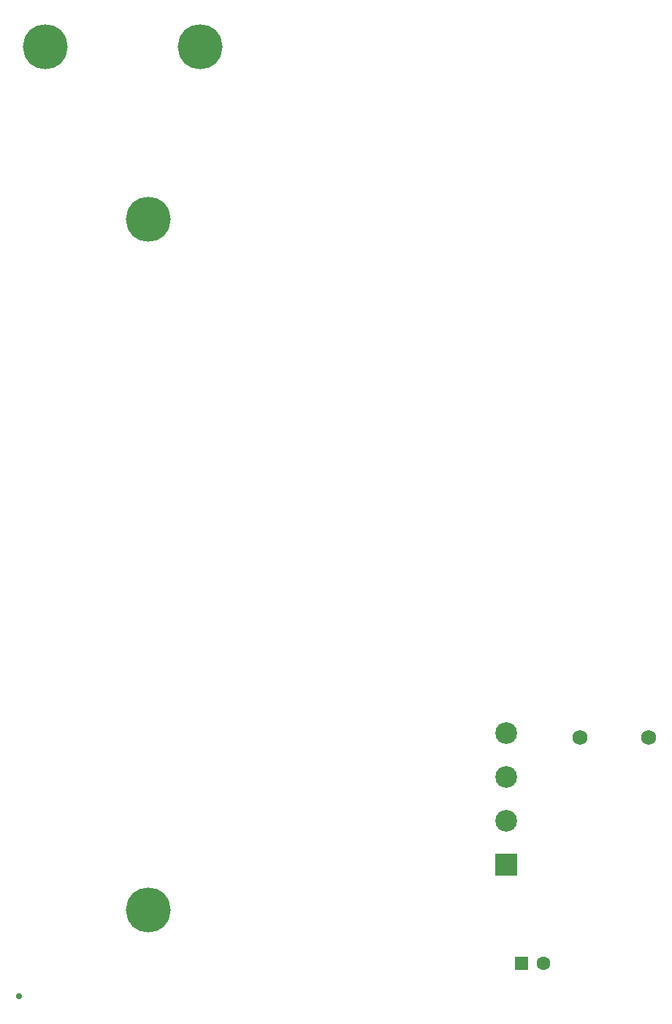
<source format=gbs>
G04*
G04 #@! TF.GenerationSoftware,Altium Limited,Altium Designer,25.8.1 (18)*
G04*
G04 Layer_Color=16711935*
%FSLAX44Y44*%
%MOMM*%
G71*
G04*
G04 #@! TF.SameCoordinates,5DA74081-E4BE-40B8-AF76-FA1F03DB232E*
G04*
G04*
G04 #@! TF.FilePolarity,Negative*
G04*
G01*
G75*
%ADD16C,1.7272*%
%ADD17C,1.6000*%
%ADD18R,1.6000X1.6000*%
%ADD19C,2.5132*%
%ADD20R,2.5132X2.5132*%
%ADD21C,5.2032*%
%ADD22C,0.7032*%
D16*
X880000Y300000D02*
D03*
X800000D02*
D03*
D17*
X758190Y38100D02*
D03*
D18*
X732790D02*
D03*
D19*
X715010Y203200D02*
D03*
Y254000D02*
D03*
Y304800D02*
D03*
D20*
Y152400D02*
D03*
D21*
X360000Y1100000D02*
D03*
X180000D02*
D03*
X300000Y900000D02*
D03*
Y100000D02*
D03*
D22*
X150000Y0D02*
D03*
M02*

</source>
